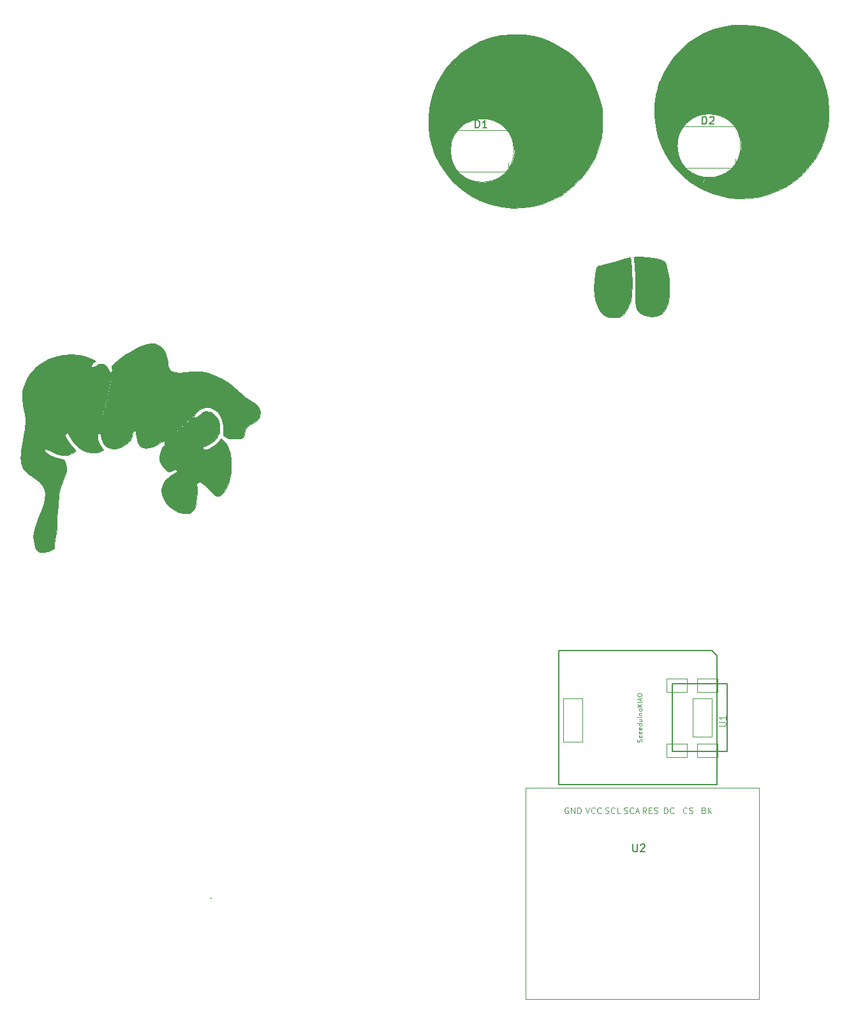
<source format=gbr>
G04 #@! TF.GenerationSoftware,KiCad,Pcbnew,(5.1.2)-1*
G04 #@! TF.CreationDate,2023-05-08T17:00:14+09:00*
G04 #@! TF.ProjectId,gopher_beer_xiao,676f7068-6572-45f6-9265-65725f786961,rev?*
G04 #@! TF.SameCoordinates,Original*
G04 #@! TF.FileFunction,Legend,Top*
G04 #@! TF.FilePolarity,Positive*
%FSLAX46Y46*%
G04 Gerber Fmt 4.6, Leading zero omitted, Abs format (unit mm)*
G04 Created by KiCad (PCBNEW (5.1.2)-1) date 2023-05-08 17:00:14*
%MOMM*%
%LPD*%
G04 APERTURE LIST*
%ADD10C,0.127000*%
%ADD11C,0.066040*%
%ADD12C,0.100000*%
%ADD13C,0.120000*%
%ADD14C,0.010000*%
%ADD15C,0.101600*%
%ADD16C,0.076200*%
%ADD17C,0.150000*%
G04 APERTURE END LIST*
D10*
X119039820Y-131064200D02*
X126393120Y-131064200D01*
X119039820Y-140063420D02*
X119039820Y-131064200D01*
X126393120Y-140063420D02*
X119039820Y-140063420D01*
X126393120Y-131069280D02*
X126393120Y-140063420D01*
X124297620Y-126670000D02*
X103970000Y-126670000D01*
X124968180Y-127340560D02*
X124297620Y-126670000D01*
X124968180Y-144467780D02*
X124968180Y-127340560D01*
X103970000Y-144467780D02*
X124968180Y-144467780D01*
X103970000Y-126670000D02*
X103970000Y-144467780D01*
D11*
X122385000Y-138989000D02*
X125052000Y-138989000D01*
X125052000Y-138989000D02*
X125052000Y-140767000D01*
X122385000Y-140767000D02*
X125052000Y-140767000D01*
X122385000Y-138989000D02*
X122385000Y-140767000D01*
X118318460Y-138989000D02*
X120988000Y-138989000D01*
X120988000Y-138989000D02*
X120988000Y-140767000D01*
X118318460Y-140767000D02*
X120988000Y-140767000D01*
X118318460Y-138989000D02*
X118318460Y-140767000D01*
X118318460Y-130353000D02*
X120988000Y-130353000D01*
X120988000Y-130353000D02*
X120988000Y-132131000D01*
X118318460Y-132131000D02*
X120988000Y-132131000D01*
X118318460Y-130353000D02*
X118318460Y-132131000D01*
X122385000Y-130353000D02*
X125052000Y-130353000D01*
X125052000Y-130353000D02*
X125052000Y-132131000D01*
X122385000Y-132131000D02*
X125052000Y-132131000D01*
X122385000Y-130353000D02*
X122385000Y-132131000D01*
X104605000Y-133020000D02*
X107145000Y-133020000D01*
X107145000Y-133020000D02*
X107145000Y-138735000D01*
X104605000Y-138735000D02*
X107145000Y-138735000D01*
X104605000Y-133020000D02*
X104605000Y-138735000D01*
X121750000Y-133020000D02*
X124290000Y-133020000D01*
X124290000Y-133020000D02*
X124290000Y-138100000D01*
X121750000Y-138100000D02*
X124290000Y-138100000D01*
X121750000Y-133020000D02*
X121750000Y-138100000D01*
D12*
G36*
X87620000Y-61030000D02*
G01*
X87140000Y-59710000D01*
X86820000Y-58320000D01*
X86720000Y-57220000D01*
X86710000Y-55960000D01*
X86780000Y-54900000D01*
X86870000Y-54250000D01*
X87230000Y-52880000D01*
X87750000Y-51550000D01*
X88140000Y-50830000D01*
X88410000Y-50340000D01*
X88850000Y-49720000D01*
X89200000Y-49230000D01*
X89600000Y-48790000D01*
X90130000Y-48210000D01*
X90240000Y-48740000D01*
X91020000Y-53080000D01*
X91660000Y-56640000D01*
X91300000Y-56890000D01*
X91200000Y-56990000D01*
X90850000Y-57290000D01*
X90520000Y-57660000D01*
X90060000Y-58350000D01*
X89930000Y-58620000D01*
X89730000Y-59190000D01*
X89660000Y-59550000D01*
X89580000Y-60030000D01*
X89590000Y-60680000D01*
X89710000Y-61430000D01*
X89880000Y-61920000D01*
X90190000Y-62550000D01*
X90490000Y-62990000D01*
X90920000Y-63430000D01*
X91470000Y-63870000D01*
X91770000Y-64070000D01*
X92240000Y-64290000D01*
X92770000Y-64470000D01*
X93550000Y-64600000D01*
X94080000Y-64600000D01*
X94530000Y-64540000D01*
X94930000Y-64450000D01*
X95330000Y-64330000D01*
X95820000Y-64120000D01*
X95850000Y-64090000D01*
X96190000Y-64810000D01*
X97840000Y-67980000D01*
X97330000Y-67940000D01*
X96440000Y-67850000D01*
X94970000Y-67510000D01*
X93530000Y-66990000D01*
X92220000Y-66290000D01*
X91050000Y-65490000D01*
X89880000Y-64440000D01*
X88990000Y-63340000D01*
X88230000Y-62210000D01*
X87760000Y-61320000D01*
X87620000Y-61030000D01*
G37*
X87620000Y-61030000D02*
X87140000Y-59710000D01*
X86820000Y-58320000D01*
X86720000Y-57220000D01*
X86710000Y-55960000D01*
X86780000Y-54900000D01*
X86870000Y-54250000D01*
X87230000Y-52880000D01*
X87750000Y-51550000D01*
X88140000Y-50830000D01*
X88410000Y-50340000D01*
X88850000Y-49720000D01*
X89200000Y-49230000D01*
X89600000Y-48790000D01*
X90130000Y-48210000D01*
X90240000Y-48740000D01*
X91020000Y-53080000D01*
X91660000Y-56640000D01*
X91300000Y-56890000D01*
X91200000Y-56990000D01*
X90850000Y-57290000D01*
X90520000Y-57660000D01*
X90060000Y-58350000D01*
X89930000Y-58620000D01*
X89730000Y-59190000D01*
X89660000Y-59550000D01*
X89580000Y-60030000D01*
X89590000Y-60680000D01*
X89710000Y-61430000D01*
X89880000Y-61920000D01*
X90190000Y-62550000D01*
X90490000Y-62990000D01*
X90920000Y-63430000D01*
X91470000Y-63870000D01*
X91770000Y-64070000D01*
X92240000Y-64290000D01*
X92770000Y-64470000D01*
X93550000Y-64600000D01*
X94080000Y-64600000D01*
X94530000Y-64540000D01*
X94930000Y-64450000D01*
X95330000Y-64330000D01*
X95820000Y-64120000D01*
X95850000Y-64090000D01*
X96190000Y-64810000D01*
X97840000Y-67980000D01*
X97330000Y-67940000D01*
X96440000Y-67850000D01*
X94970000Y-67510000D01*
X93530000Y-66990000D01*
X92220000Y-66290000D01*
X91050000Y-65490000D01*
X89880000Y-64440000D01*
X88990000Y-63340000D01*
X88230000Y-62210000D01*
X87760000Y-61320000D01*
X87620000Y-61030000D01*
G36*
X91680000Y-56620000D02*
G01*
X90170000Y-48140000D01*
X90570000Y-47830000D01*
X91140000Y-47320000D01*
X92300000Y-46540000D01*
X93520000Y-45910000D01*
X94880000Y-45390000D01*
X96270000Y-45050000D01*
X97930000Y-44920000D01*
X99450000Y-44980000D01*
X100510000Y-45130000D01*
X101600000Y-45410000D01*
X102910000Y-45900000D01*
X104130000Y-46530000D01*
X105320000Y-47310000D01*
X106330000Y-48190000D01*
X107300000Y-49260000D01*
X108120000Y-50440000D01*
X108770000Y-51640000D01*
X109290000Y-53050000D01*
X109640000Y-54430000D01*
X109730000Y-54990000D01*
X109800000Y-55690000D01*
X109800000Y-56650000D01*
X109750000Y-57680000D01*
X109650000Y-58590000D01*
X109330000Y-59820000D01*
X108750000Y-61460000D01*
X107490000Y-63415000D01*
X106410000Y-64580000D01*
X105510000Y-65390000D01*
X104310000Y-66270000D01*
X103110000Y-66910000D01*
X101890000Y-67400000D01*
X100520000Y-67770000D01*
X99190000Y-67940000D01*
X97810000Y-67970000D01*
X95900000Y-64110000D01*
X96540000Y-63610000D01*
X96820000Y-63400000D01*
X97180000Y-63000000D01*
X97480000Y-62570000D01*
X97870000Y-61840000D01*
X98040000Y-61160000D01*
X98120000Y-60560000D01*
X98100000Y-59920000D01*
X98030000Y-59420000D01*
X97810000Y-58720000D01*
X97480000Y-58080000D01*
X96990000Y-57450000D01*
X96260000Y-56810000D01*
X95900000Y-56600000D01*
X95420000Y-56380000D01*
X95070000Y-56250000D01*
X94620000Y-56150000D01*
X94250000Y-56090000D01*
X93840000Y-56070000D01*
X93330000Y-56110000D01*
X92880000Y-56180000D01*
X92320000Y-56350000D01*
X91940000Y-56520000D01*
X91670000Y-56670000D01*
X91680000Y-56620000D01*
G37*
X91680000Y-56620000D02*
X90170000Y-48140000D01*
X90570000Y-47830000D01*
X91140000Y-47320000D01*
X92300000Y-46540000D01*
X93520000Y-45910000D01*
X94880000Y-45390000D01*
X96270000Y-45050000D01*
X97930000Y-44920000D01*
X99450000Y-44980000D01*
X100510000Y-45130000D01*
X101600000Y-45410000D01*
X102910000Y-45900000D01*
X104130000Y-46530000D01*
X105320000Y-47310000D01*
X106330000Y-48190000D01*
X107300000Y-49260000D01*
X108120000Y-50440000D01*
X108770000Y-51640000D01*
X109290000Y-53050000D01*
X109640000Y-54430000D01*
X109730000Y-54990000D01*
X109800000Y-55690000D01*
X109800000Y-56650000D01*
X109750000Y-57680000D01*
X109650000Y-58590000D01*
X109330000Y-59820000D01*
X108750000Y-61460000D01*
X107490000Y-63415000D01*
X106410000Y-64580000D01*
X105510000Y-65390000D01*
X104310000Y-66270000D01*
X103110000Y-66910000D01*
X101890000Y-67400000D01*
X100520000Y-67770000D01*
X99190000Y-67940000D01*
X97810000Y-67970000D01*
X95900000Y-64110000D01*
X96540000Y-63610000D01*
X96820000Y-63400000D01*
X97180000Y-63000000D01*
X97480000Y-62570000D01*
X97870000Y-61840000D01*
X98040000Y-61160000D01*
X98120000Y-60560000D01*
X98100000Y-59920000D01*
X98030000Y-59420000D01*
X97810000Y-58720000D01*
X97480000Y-58080000D01*
X96990000Y-57450000D01*
X96260000Y-56810000D01*
X95900000Y-56600000D01*
X95420000Y-56380000D01*
X95070000Y-56250000D01*
X94620000Y-56150000D01*
X94250000Y-56090000D01*
X93840000Y-56070000D01*
X93330000Y-56110000D01*
X92880000Y-56180000D01*
X92320000Y-56350000D01*
X91940000Y-56520000D01*
X91670000Y-56670000D01*
X91680000Y-56620000D01*
G36*
X117390000Y-51170000D02*
G01*
X118400000Y-51810000D01*
X119980000Y-52790000D01*
X121090000Y-53500000D01*
X122270000Y-54250000D01*
X124090000Y-55390000D01*
X124220000Y-55460000D01*
X124030000Y-55450000D01*
X123680000Y-55450000D01*
X123300000Y-55490000D01*
X123050000Y-55540000D01*
X122760000Y-55610000D01*
X122580000Y-55670000D01*
X122370000Y-55750000D01*
X122090000Y-55870000D01*
X121710000Y-56080000D01*
X121510000Y-56210000D01*
X121310000Y-56360000D01*
X121110000Y-56520000D01*
X120870000Y-56750000D01*
X120590000Y-57070000D01*
X120170000Y-57700000D01*
X119950000Y-58160000D01*
X119830000Y-58540000D01*
X119700000Y-59270000D01*
X119670000Y-59760000D01*
X119710000Y-60320000D01*
X119800000Y-60780000D01*
X119960000Y-61240000D01*
X120130000Y-61640000D01*
X120410000Y-62130000D01*
X120820000Y-62630000D01*
X121110000Y-62910000D01*
X121570000Y-63270000D01*
X122070000Y-63550000D01*
X122410000Y-63690000D01*
X122610000Y-63770000D01*
X123240000Y-63920000D01*
X123510000Y-63960000D01*
X122780000Y-65360000D01*
X121970000Y-64880000D01*
X121550000Y-64620000D01*
X120610000Y-63850000D01*
X119540000Y-62790000D01*
X119030000Y-62120000D01*
X118620000Y-61630000D01*
X117960000Y-60500000D01*
X117650000Y-59800000D01*
X117150000Y-58410000D01*
X116850000Y-57080000D01*
X116710000Y-55710000D01*
X116730000Y-54270000D01*
X116890000Y-53000000D01*
X117050000Y-52410000D01*
X117230000Y-51630000D01*
X117390000Y-51170000D01*
G37*
X117390000Y-51170000D02*
X118400000Y-51810000D01*
X119980000Y-52790000D01*
X121090000Y-53500000D01*
X122270000Y-54250000D01*
X124090000Y-55390000D01*
X124220000Y-55460000D01*
X124030000Y-55450000D01*
X123680000Y-55450000D01*
X123300000Y-55490000D01*
X123050000Y-55540000D01*
X122760000Y-55610000D01*
X122580000Y-55670000D01*
X122370000Y-55750000D01*
X122090000Y-55870000D01*
X121710000Y-56080000D01*
X121510000Y-56210000D01*
X121310000Y-56360000D01*
X121110000Y-56520000D01*
X120870000Y-56750000D01*
X120590000Y-57070000D01*
X120170000Y-57700000D01*
X119950000Y-58160000D01*
X119830000Y-58540000D01*
X119700000Y-59270000D01*
X119670000Y-59760000D01*
X119710000Y-60320000D01*
X119800000Y-60780000D01*
X119960000Y-61240000D01*
X120130000Y-61640000D01*
X120410000Y-62130000D01*
X120820000Y-62630000D01*
X121110000Y-62910000D01*
X121570000Y-63270000D01*
X122070000Y-63550000D01*
X122410000Y-63690000D01*
X122610000Y-63770000D01*
X123240000Y-63920000D01*
X123510000Y-63960000D01*
X122780000Y-65360000D01*
X121970000Y-64880000D01*
X121550000Y-64620000D01*
X120610000Y-63850000D01*
X119540000Y-62790000D01*
X119030000Y-62120000D01*
X118620000Y-61630000D01*
X117960000Y-60500000D01*
X117650000Y-59800000D01*
X117150000Y-58410000D01*
X116850000Y-57080000D01*
X116710000Y-55710000D01*
X116730000Y-54270000D01*
X116890000Y-53000000D01*
X117050000Y-52410000D01*
X117230000Y-51630000D01*
X117390000Y-51170000D01*
G36*
X128400000Y-43650000D02*
G01*
X129910000Y-43770000D01*
X131350000Y-44060000D01*
X132840000Y-44580000D01*
X133610000Y-44950000D01*
X134620000Y-45520000D01*
X135730000Y-46360000D01*
X136740000Y-47390000D01*
X137610000Y-48430000D01*
X138350000Y-49560000D01*
X138960000Y-50750000D01*
X139470000Y-52220000D01*
X139770000Y-53550000D01*
X139830000Y-55150000D01*
X139810000Y-56290000D01*
X139710000Y-57030000D01*
X139580000Y-57710000D01*
X139320000Y-58690000D01*
X138810000Y-60000000D01*
X138100000Y-61280000D01*
X137300000Y-62400000D01*
X136410000Y-63420000D01*
X135350000Y-64320000D01*
X134220000Y-65100000D01*
X132920000Y-65740000D01*
X131670000Y-66210000D01*
X130400000Y-66530000D01*
X129370000Y-66670000D01*
X128020000Y-66710000D01*
X126630000Y-66610000D01*
X125310000Y-66330000D01*
X124430000Y-66050000D01*
X123970000Y-65900000D01*
X122810000Y-65370000D01*
X123560000Y-63960000D01*
X124130000Y-63960000D01*
X124690000Y-63910000D01*
X125220000Y-63790000D01*
X125850000Y-63540000D01*
X126310000Y-63270000D01*
X126610000Y-63040000D01*
X127070000Y-62630000D01*
X127500000Y-62060000D01*
X127910000Y-61310000D01*
X128230000Y-60100000D01*
X128230000Y-59310000D01*
X128030000Y-58430000D01*
X127730000Y-57710000D01*
X127320000Y-57090000D01*
X126750000Y-56480000D01*
X126240000Y-56110000D01*
X125860000Y-55900000D01*
X125200000Y-55620000D01*
X124720000Y-55510000D01*
X124280000Y-55450000D01*
X117430000Y-51140000D01*
X117850000Y-50140000D01*
X118370000Y-49280000D01*
X119200000Y-48080000D01*
X120050000Y-47080000D01*
X121060000Y-46180000D01*
X122180000Y-45390000D01*
X123030000Y-44910000D01*
X124410000Y-44310000D01*
X125730000Y-43930000D01*
X127110000Y-43720000D01*
X128400000Y-43650000D01*
G37*
X128400000Y-43650000D02*
X129910000Y-43770000D01*
X131350000Y-44060000D01*
X132840000Y-44580000D01*
X133610000Y-44950000D01*
X134620000Y-45520000D01*
X135730000Y-46360000D01*
X136740000Y-47390000D01*
X137610000Y-48430000D01*
X138350000Y-49560000D01*
X138960000Y-50750000D01*
X139470000Y-52220000D01*
X139770000Y-53550000D01*
X139830000Y-55150000D01*
X139810000Y-56290000D01*
X139710000Y-57030000D01*
X139580000Y-57710000D01*
X139320000Y-58690000D01*
X138810000Y-60000000D01*
X138100000Y-61280000D01*
X137300000Y-62400000D01*
X136410000Y-63420000D01*
X135350000Y-64320000D01*
X134220000Y-65100000D01*
X132920000Y-65740000D01*
X131670000Y-66210000D01*
X130400000Y-66530000D01*
X129370000Y-66670000D01*
X128020000Y-66710000D01*
X126630000Y-66610000D01*
X125310000Y-66330000D01*
X124430000Y-66050000D01*
X123970000Y-65900000D01*
X122810000Y-65370000D01*
X123560000Y-63960000D01*
X124130000Y-63960000D01*
X124690000Y-63910000D01*
X125220000Y-63790000D01*
X125850000Y-63540000D01*
X126310000Y-63270000D01*
X126610000Y-63040000D01*
X127070000Y-62630000D01*
X127500000Y-62060000D01*
X127910000Y-61310000D01*
X128230000Y-60100000D01*
X128230000Y-59310000D01*
X128030000Y-58430000D01*
X127730000Y-57710000D01*
X127320000Y-57090000D01*
X126750000Y-56480000D01*
X126240000Y-56110000D01*
X125860000Y-55900000D01*
X125200000Y-55620000D01*
X124720000Y-55510000D01*
X124280000Y-55450000D01*
X117430000Y-51140000D01*
X117850000Y-50140000D01*
X118370000Y-49280000D01*
X119200000Y-48080000D01*
X120050000Y-47080000D01*
X121060000Y-46180000D01*
X122180000Y-45390000D01*
X123030000Y-44910000D01*
X124410000Y-44310000D01*
X125730000Y-43930000D01*
X127110000Y-43720000D01*
X128400000Y-43650000D01*
D13*
X128140000Y-59710000D02*
G75*
G03X128140000Y-59710000I-4200000J0D01*
G01*
X98040000Y-60340000D02*
G75*
G03X98040000Y-60340000I-4200000J0D01*
G01*
D12*
G36*
X34520000Y-89190000D02*
G01*
X35300000Y-88540000D01*
X36210000Y-88060000D01*
X37140000Y-87700000D01*
X38190000Y-87460000D01*
X39360000Y-87400000D01*
X40350000Y-87480000D01*
X41130000Y-87660000D01*
X41950000Y-87980000D01*
X42440000Y-88240000D01*
X42510000Y-88320000D01*
X42430000Y-88350000D01*
X42290000Y-88430000D01*
X42110000Y-88590000D01*
X42000000Y-88700000D01*
X41930000Y-88830000D01*
X41980000Y-88960000D01*
X42060000Y-89040000D01*
X42180000Y-89080000D01*
X42350000Y-89020000D01*
X42580000Y-88870000D01*
X42970000Y-88680000D01*
X43360000Y-88640000D01*
X43730000Y-88750000D01*
X44010000Y-88990000D01*
X44130000Y-89240000D01*
X44300000Y-89610000D01*
X44490000Y-89710000D01*
X44600000Y-89720000D01*
X44650000Y-89700000D01*
X44610000Y-90310000D01*
X44140000Y-92870000D01*
X43500000Y-95390000D01*
X42850000Y-97770000D01*
X42770000Y-97940000D01*
X42750000Y-98070000D01*
X42750000Y-98300000D01*
X42800000Y-98640000D01*
X42990000Y-99190000D01*
X43310000Y-99690000D01*
X43420000Y-99820000D01*
X43540000Y-99990000D01*
X43580000Y-100060000D01*
X43520000Y-100090000D01*
X43310000Y-100190000D01*
X43240000Y-100220000D01*
X42720000Y-100380000D01*
X42080000Y-100420000D01*
X41410000Y-100320000D01*
X40780000Y-100080000D01*
X40490000Y-99900000D01*
X40110000Y-99560000D01*
X39750000Y-99200000D01*
X39410000Y-98790000D01*
X39170000Y-98400000D01*
X38950000Y-98030000D01*
X38810000Y-97870000D01*
X38690000Y-97830000D01*
X38550000Y-97920000D01*
X38490000Y-98010000D01*
X38490000Y-98150000D01*
X38570000Y-98350000D01*
X38620000Y-98440000D01*
X38670000Y-98540000D01*
X38740000Y-98680000D01*
X38860000Y-98880000D01*
X38980000Y-99070000D01*
X39120000Y-99260000D01*
X39280000Y-99470000D01*
X39430000Y-99640000D01*
X39530000Y-99750000D01*
X39630000Y-99860000D01*
X39740000Y-99980000D01*
X39830000Y-100080000D01*
X39900000Y-100170000D01*
X39810000Y-100270000D01*
X39580000Y-100410000D01*
X39350000Y-100530000D01*
X39080000Y-100650000D01*
X38820000Y-100730000D01*
X38530000Y-100770000D01*
X37990000Y-100740000D01*
X37400000Y-100580000D01*
X36700000Y-100270000D01*
X36260000Y-100060000D01*
X36030000Y-99970000D01*
X35870000Y-99940000D01*
X35780000Y-99990000D01*
X35760000Y-100120000D01*
X35840000Y-100310000D01*
X36070000Y-100510000D01*
X36410000Y-100720000D01*
X36840000Y-100920000D01*
X37310000Y-101090000D01*
X38060000Y-101270000D01*
X38260000Y-101360000D01*
X38370000Y-101490000D01*
X38480000Y-101720000D01*
X38560000Y-101940000D01*
X38630000Y-102380000D01*
X38600000Y-102870000D01*
X38460000Y-103440000D01*
X38220000Y-104090000D01*
X37970000Y-104740000D01*
X37870000Y-105030000D01*
X37710000Y-105580000D01*
X37640000Y-106010000D01*
X37590000Y-106380000D01*
X37550000Y-106850000D01*
X37510000Y-107440000D01*
X37410000Y-109040000D01*
X37410000Y-109260000D01*
X37330000Y-110490000D01*
X37280000Y-111100000D01*
X37070000Y-112490000D01*
X36990000Y-113120000D01*
X36530000Y-113340000D01*
X36150000Y-113510000D01*
X35610000Y-113640000D01*
X35180000Y-113620000D01*
X34850000Y-113460000D01*
X34680000Y-113260000D01*
X34530000Y-112950000D01*
X34390000Y-112520000D01*
X34290000Y-112050000D01*
X34260000Y-111610000D01*
X34290000Y-111180000D01*
X34400000Y-110620000D01*
X34620000Y-109900000D01*
X34840000Y-109310000D01*
X35190000Y-108420000D01*
X35470000Y-107680000D01*
X35640000Y-107150000D01*
X35800000Y-106540000D01*
X35850000Y-106110000D01*
X35830000Y-105740000D01*
X35760000Y-105400000D01*
X35660000Y-105120000D01*
X35430000Y-104720000D01*
X35100000Y-104350000D01*
X34670000Y-103980000D01*
X34110000Y-103580000D01*
X33660000Y-103280000D01*
X33360000Y-103060000D01*
X33120000Y-102830000D01*
X32910000Y-102560000D01*
X32790000Y-102290000D01*
X32640000Y-101780000D01*
X32590000Y-101410000D01*
X32570000Y-101060000D01*
X32590000Y-100720000D01*
X32650000Y-100130000D01*
X32800000Y-99270000D01*
X33010000Y-98250000D01*
X33170000Y-97320000D01*
X33250000Y-96330000D01*
X33230000Y-95810000D01*
X33160000Y-95310000D01*
X32910000Y-94150000D01*
X32800000Y-93200000D01*
X32840000Y-92330000D01*
X33020000Y-91500000D01*
X33350000Y-90690000D01*
X33880000Y-89870000D01*
X34400000Y-89310000D01*
X34520000Y-89190000D01*
G37*
X34520000Y-89190000D02*
X35300000Y-88540000D01*
X36210000Y-88060000D01*
X37140000Y-87700000D01*
X38190000Y-87460000D01*
X39360000Y-87400000D01*
X40350000Y-87480000D01*
X41130000Y-87660000D01*
X41950000Y-87980000D01*
X42440000Y-88240000D01*
X42510000Y-88320000D01*
X42430000Y-88350000D01*
X42290000Y-88430000D01*
X42110000Y-88590000D01*
X42000000Y-88700000D01*
X41930000Y-88830000D01*
X41980000Y-88960000D01*
X42060000Y-89040000D01*
X42180000Y-89080000D01*
X42350000Y-89020000D01*
X42580000Y-88870000D01*
X42970000Y-88680000D01*
X43360000Y-88640000D01*
X43730000Y-88750000D01*
X44010000Y-88990000D01*
X44130000Y-89240000D01*
X44300000Y-89610000D01*
X44490000Y-89710000D01*
X44600000Y-89720000D01*
X44650000Y-89700000D01*
X44610000Y-90310000D01*
X44140000Y-92870000D01*
X43500000Y-95390000D01*
X42850000Y-97770000D01*
X42770000Y-97940000D01*
X42750000Y-98070000D01*
X42750000Y-98300000D01*
X42800000Y-98640000D01*
X42990000Y-99190000D01*
X43310000Y-99690000D01*
X43420000Y-99820000D01*
X43540000Y-99990000D01*
X43580000Y-100060000D01*
X43520000Y-100090000D01*
X43310000Y-100190000D01*
X43240000Y-100220000D01*
X42720000Y-100380000D01*
X42080000Y-100420000D01*
X41410000Y-100320000D01*
X40780000Y-100080000D01*
X40490000Y-99900000D01*
X40110000Y-99560000D01*
X39750000Y-99200000D01*
X39410000Y-98790000D01*
X39170000Y-98400000D01*
X38950000Y-98030000D01*
X38810000Y-97870000D01*
X38690000Y-97830000D01*
X38550000Y-97920000D01*
X38490000Y-98010000D01*
X38490000Y-98150000D01*
X38570000Y-98350000D01*
X38620000Y-98440000D01*
X38670000Y-98540000D01*
X38740000Y-98680000D01*
X38860000Y-98880000D01*
X38980000Y-99070000D01*
X39120000Y-99260000D01*
X39280000Y-99470000D01*
X39430000Y-99640000D01*
X39530000Y-99750000D01*
X39630000Y-99860000D01*
X39740000Y-99980000D01*
X39830000Y-100080000D01*
X39900000Y-100170000D01*
X39810000Y-100270000D01*
X39580000Y-100410000D01*
X39350000Y-100530000D01*
X39080000Y-100650000D01*
X38820000Y-100730000D01*
X38530000Y-100770000D01*
X37990000Y-100740000D01*
X37400000Y-100580000D01*
X36700000Y-100270000D01*
X36260000Y-100060000D01*
X36030000Y-99970000D01*
X35870000Y-99940000D01*
X35780000Y-99990000D01*
X35760000Y-100120000D01*
X35840000Y-100310000D01*
X36070000Y-100510000D01*
X36410000Y-100720000D01*
X36840000Y-100920000D01*
X37310000Y-101090000D01*
X38060000Y-101270000D01*
X38260000Y-101360000D01*
X38370000Y-101490000D01*
X38480000Y-101720000D01*
X38560000Y-101940000D01*
X38630000Y-102380000D01*
X38600000Y-102870000D01*
X38460000Y-103440000D01*
X38220000Y-104090000D01*
X37970000Y-104740000D01*
X37870000Y-105030000D01*
X37710000Y-105580000D01*
X37640000Y-106010000D01*
X37590000Y-106380000D01*
X37550000Y-106850000D01*
X37510000Y-107440000D01*
X37410000Y-109040000D01*
X37410000Y-109260000D01*
X37330000Y-110490000D01*
X37280000Y-111100000D01*
X37070000Y-112490000D01*
X36990000Y-113120000D01*
X36530000Y-113340000D01*
X36150000Y-113510000D01*
X35610000Y-113640000D01*
X35180000Y-113620000D01*
X34850000Y-113460000D01*
X34680000Y-113260000D01*
X34530000Y-112950000D01*
X34390000Y-112520000D01*
X34290000Y-112050000D01*
X34260000Y-111610000D01*
X34290000Y-111180000D01*
X34400000Y-110620000D01*
X34620000Y-109900000D01*
X34840000Y-109310000D01*
X35190000Y-108420000D01*
X35470000Y-107680000D01*
X35640000Y-107150000D01*
X35800000Y-106540000D01*
X35850000Y-106110000D01*
X35830000Y-105740000D01*
X35760000Y-105400000D01*
X35660000Y-105120000D01*
X35430000Y-104720000D01*
X35100000Y-104350000D01*
X34670000Y-103980000D01*
X34110000Y-103580000D01*
X33660000Y-103280000D01*
X33360000Y-103060000D01*
X33120000Y-102830000D01*
X32910000Y-102560000D01*
X32790000Y-102290000D01*
X32640000Y-101780000D01*
X32590000Y-101410000D01*
X32570000Y-101060000D01*
X32590000Y-100720000D01*
X32650000Y-100130000D01*
X32800000Y-99270000D01*
X33010000Y-98250000D01*
X33170000Y-97320000D01*
X33250000Y-96330000D01*
X33230000Y-95810000D01*
X33160000Y-95310000D01*
X32910000Y-94150000D01*
X32800000Y-93200000D01*
X32840000Y-92330000D01*
X33020000Y-91500000D01*
X33350000Y-90690000D01*
X33880000Y-89870000D01*
X34400000Y-89310000D01*
X34520000Y-89190000D01*
G36*
X55580000Y-95670000D02*
G01*
X55620000Y-95770000D01*
X55790000Y-95790000D01*
X56030000Y-95670000D01*
X56370000Y-95400000D01*
X56530000Y-95230000D01*
X56870000Y-95030000D01*
X57180000Y-94940000D01*
X57540000Y-94960000D01*
X57740000Y-95010000D01*
X58130000Y-95240000D01*
X58490000Y-95610000D01*
X58750000Y-96050000D01*
X58930000Y-96600000D01*
X58950000Y-96830000D01*
X58990000Y-97170000D01*
X58970000Y-97540000D01*
X58940000Y-97750000D01*
X58780000Y-98030000D01*
X58670000Y-98340000D01*
X58470000Y-98670000D01*
X58280000Y-98820000D01*
X58100000Y-98980000D01*
X57650000Y-99260000D01*
X57040000Y-99540000D01*
X56930000Y-99600000D01*
X56780000Y-99740000D01*
X56750000Y-99890000D01*
X56900000Y-100020000D01*
X56950000Y-100020000D01*
X57220000Y-100000000D01*
X57600000Y-99870000D01*
X57960000Y-99670000D01*
X58330000Y-99430000D01*
X58680000Y-99140000D01*
X58880000Y-98910000D01*
X58930000Y-98860000D01*
X59000000Y-98760000D01*
X59070000Y-98660000D01*
X59170000Y-98520000D01*
X59200000Y-98540000D01*
X59330000Y-98670000D01*
X59500000Y-98850000D01*
X59780000Y-99180000D01*
X60060000Y-99670000D01*
X60140000Y-99820000D01*
X60320000Y-100330000D01*
X60390000Y-100540000D01*
X60440000Y-100790000D01*
X60500000Y-101280000D01*
X60520000Y-101800000D01*
X60520000Y-102370000D01*
X60490000Y-102860000D01*
X60480000Y-103030000D01*
X60460000Y-103180000D01*
X60440000Y-103310000D01*
X60400000Y-103550000D01*
X60330000Y-103830000D01*
X60110000Y-104460000D01*
X59860000Y-105050000D01*
X59630000Y-105490000D01*
X59380000Y-105850000D01*
X59180000Y-106040000D01*
X58930000Y-106190000D01*
X58680000Y-106190000D01*
X58370000Y-106060000D01*
X58020000Y-105780000D01*
X57280000Y-105030000D01*
X57160000Y-104920000D01*
X56980000Y-104700000D01*
X56580000Y-104390000D01*
X56410000Y-104330000D01*
X56270000Y-104310000D01*
X56070000Y-104390000D01*
X55990000Y-104440000D01*
X55940000Y-104530000D01*
X55950000Y-104760000D01*
X55970000Y-105020000D01*
X55980000Y-105160000D01*
X55990000Y-105310000D01*
X55990000Y-105540000D01*
X55990000Y-105650000D01*
X55990000Y-105970000D01*
X55950000Y-106230000D01*
X55860000Y-107170000D01*
X55740000Y-107610000D01*
X55570000Y-107940000D01*
X55310000Y-108240000D01*
X55150000Y-108370000D01*
X54980000Y-108450000D01*
X54750000Y-108490000D01*
X54440000Y-108490000D01*
X54070000Y-108460000D01*
X53460000Y-108310000D01*
X52860000Y-107950000D01*
X52300000Y-107510000D01*
X51970000Y-107150000D01*
X51580000Y-106590000D01*
X51360000Y-106030000D01*
X51280000Y-105450000D01*
X51310000Y-105030000D01*
X51480000Y-104550000D01*
X51780000Y-104090000D01*
X52080000Y-103810000D01*
X52230000Y-103670000D01*
X52630000Y-103410000D01*
X53060000Y-103150000D01*
X53210000Y-103050000D01*
X53320000Y-102930000D01*
X53310000Y-102820000D01*
X53190000Y-102700000D01*
X53070000Y-102640000D01*
X52890000Y-102670000D01*
X52500000Y-102870000D01*
X52270000Y-103000000D01*
X52040000Y-102840000D01*
X51530000Y-102400000D01*
X51150000Y-101890000D01*
X51000000Y-101420000D01*
X50980000Y-100900000D01*
X51130000Y-100260000D01*
X51370000Y-99840000D01*
X51525000Y-99610000D01*
X51675000Y-99370000D01*
X51720000Y-99140000D01*
X51720000Y-98980000D01*
X55580000Y-95670000D01*
G37*
X55580000Y-95670000D02*
X55620000Y-95770000D01*
X55790000Y-95790000D01*
X56030000Y-95670000D01*
X56370000Y-95400000D01*
X56530000Y-95230000D01*
X56870000Y-95030000D01*
X57180000Y-94940000D01*
X57540000Y-94960000D01*
X57740000Y-95010000D01*
X58130000Y-95240000D01*
X58490000Y-95610000D01*
X58750000Y-96050000D01*
X58930000Y-96600000D01*
X58950000Y-96830000D01*
X58990000Y-97170000D01*
X58970000Y-97540000D01*
X58940000Y-97750000D01*
X58780000Y-98030000D01*
X58670000Y-98340000D01*
X58470000Y-98670000D01*
X58280000Y-98820000D01*
X58100000Y-98980000D01*
X57650000Y-99260000D01*
X57040000Y-99540000D01*
X56930000Y-99600000D01*
X56780000Y-99740000D01*
X56750000Y-99890000D01*
X56900000Y-100020000D01*
X56950000Y-100020000D01*
X57220000Y-100000000D01*
X57600000Y-99870000D01*
X57960000Y-99670000D01*
X58330000Y-99430000D01*
X58680000Y-99140000D01*
X58880000Y-98910000D01*
X58930000Y-98860000D01*
X59000000Y-98760000D01*
X59070000Y-98660000D01*
X59170000Y-98520000D01*
X59200000Y-98540000D01*
X59330000Y-98670000D01*
X59500000Y-98850000D01*
X59780000Y-99180000D01*
X60060000Y-99670000D01*
X60140000Y-99820000D01*
X60320000Y-100330000D01*
X60390000Y-100540000D01*
X60440000Y-100790000D01*
X60500000Y-101280000D01*
X60520000Y-101800000D01*
X60520000Y-102370000D01*
X60490000Y-102860000D01*
X60480000Y-103030000D01*
X60460000Y-103180000D01*
X60440000Y-103310000D01*
X60400000Y-103550000D01*
X60330000Y-103830000D01*
X60110000Y-104460000D01*
X59860000Y-105050000D01*
X59630000Y-105490000D01*
X59380000Y-105850000D01*
X59180000Y-106040000D01*
X58930000Y-106190000D01*
X58680000Y-106190000D01*
X58370000Y-106060000D01*
X58020000Y-105780000D01*
X57280000Y-105030000D01*
X57160000Y-104920000D01*
X56980000Y-104700000D01*
X56580000Y-104390000D01*
X56410000Y-104330000D01*
X56270000Y-104310000D01*
X56070000Y-104390000D01*
X55990000Y-104440000D01*
X55940000Y-104530000D01*
X55950000Y-104760000D01*
X55970000Y-105020000D01*
X55980000Y-105160000D01*
X55990000Y-105310000D01*
X55990000Y-105540000D01*
X55990000Y-105650000D01*
X55990000Y-105970000D01*
X55950000Y-106230000D01*
X55860000Y-107170000D01*
X55740000Y-107610000D01*
X55570000Y-107940000D01*
X55310000Y-108240000D01*
X55150000Y-108370000D01*
X54980000Y-108450000D01*
X54750000Y-108490000D01*
X54440000Y-108490000D01*
X54070000Y-108460000D01*
X53460000Y-108310000D01*
X52860000Y-107950000D01*
X52300000Y-107510000D01*
X51970000Y-107150000D01*
X51580000Y-106590000D01*
X51360000Y-106030000D01*
X51280000Y-105450000D01*
X51310000Y-105030000D01*
X51480000Y-104550000D01*
X51780000Y-104090000D01*
X52080000Y-103810000D01*
X52230000Y-103670000D01*
X52630000Y-103410000D01*
X53060000Y-103150000D01*
X53210000Y-103050000D01*
X53320000Y-102930000D01*
X53310000Y-102820000D01*
X53190000Y-102700000D01*
X53070000Y-102640000D01*
X52890000Y-102670000D01*
X52500000Y-102870000D01*
X52270000Y-103000000D01*
X52040000Y-102840000D01*
X51530000Y-102400000D01*
X51150000Y-101890000D01*
X51000000Y-101420000D01*
X50980000Y-100900000D01*
X51130000Y-100260000D01*
X51370000Y-99840000D01*
X51525000Y-99610000D01*
X51675000Y-99370000D01*
X51720000Y-99140000D01*
X51720000Y-98980000D01*
X55580000Y-95670000D01*
G36*
X44650000Y-88870000D02*
G01*
X45010000Y-88550000D01*
X45320000Y-88300000D01*
X45480000Y-88170000D01*
X45710000Y-87990000D01*
X45860000Y-87880000D01*
X46520000Y-87390000D01*
X47000000Y-87110000D01*
X47180000Y-87000000D01*
X47430000Y-86840000D01*
X47830000Y-86630000D01*
X48010000Y-86540000D01*
X48190000Y-86450000D01*
X48310000Y-86390000D01*
X48660000Y-86270000D01*
X49080000Y-86120000D01*
X49790000Y-85980000D01*
X50000000Y-85960000D01*
X50270000Y-85970000D01*
X50540000Y-86030000D01*
X50850000Y-86170000D01*
X51210000Y-86390000D01*
X51530000Y-86700000D01*
X51760000Y-87110000D01*
X51960000Y-87700000D01*
X52090000Y-88420000D01*
X52140000Y-88780000D01*
X52260000Y-89200000D01*
X52420000Y-89490000D01*
X52670000Y-89670000D01*
X53020000Y-89770000D01*
X53520000Y-89800000D01*
X54530000Y-89740000D01*
X55210000Y-89700000D01*
X55940000Y-89680000D01*
X56470000Y-89700000D01*
X56990000Y-89750000D01*
X57450000Y-89850000D01*
X58310000Y-90140000D01*
X59060000Y-90500000D01*
X59400000Y-90680000D01*
X60230000Y-91230000D01*
X60830000Y-91730000D01*
X61610000Y-92410000D01*
X61890000Y-92640000D01*
X62370000Y-93030000D01*
X62740000Y-93290000D01*
X63350000Y-93690000D01*
X63660000Y-93890000D01*
X64020000Y-94220000D01*
X64270000Y-94640000D01*
X64340000Y-95150000D01*
X64290000Y-95580000D01*
X64110000Y-95940000D01*
X63790000Y-96260000D01*
X63280000Y-96570000D01*
X63010000Y-96720000D01*
X62680000Y-96950000D01*
X62480000Y-97160000D01*
X62380000Y-97420000D01*
X62300000Y-98010000D01*
X62210000Y-98280000D01*
X62040000Y-98430000D01*
X61790000Y-98520000D01*
X61410000Y-98560000D01*
X60900000Y-98560000D01*
X60350000Y-98540000D01*
X59940000Y-98480000D01*
X59720000Y-98340000D01*
X59500000Y-98110000D01*
X59460000Y-97960000D01*
X59450000Y-97800000D01*
X59450000Y-97590000D01*
X59460000Y-97320000D01*
X59460000Y-96870000D01*
X59330000Y-96130000D01*
X59070000Y-95530000D01*
X58680000Y-95020000D01*
X58170000Y-94630000D01*
X58050000Y-94570000D01*
X57580000Y-94390000D01*
X57090000Y-94390000D01*
X56620000Y-94540000D01*
X56320000Y-94720000D01*
X56060000Y-94940000D01*
X55810000Y-95190000D01*
X55640000Y-95420000D01*
X55570000Y-95630000D01*
X52060000Y-98750000D01*
X51690000Y-98940000D01*
X51580000Y-98910000D01*
X51280000Y-99010000D01*
X50710000Y-99320000D01*
X50550000Y-99410000D01*
X50060000Y-99630000D01*
X49580000Y-99780000D01*
X49210000Y-99830000D01*
X48840000Y-99750000D01*
X48490000Y-99530000D01*
X48230000Y-99220000D01*
X48160000Y-99070000D01*
X48060000Y-98750000D01*
X47960000Y-98340000D01*
X47920000Y-98130000D01*
X47890000Y-97930000D01*
X47850000Y-97580000D01*
X47800000Y-97530000D01*
X47630000Y-97520000D01*
X47480000Y-97590000D01*
X47410000Y-97750000D01*
X47360000Y-98140000D01*
X47300000Y-98440000D01*
X47170000Y-98700000D01*
X46920000Y-99000000D01*
X46540000Y-99330000D01*
X46010000Y-99670000D01*
X45480000Y-99860000D01*
X44950000Y-99920000D01*
X44450000Y-99860000D01*
X44000000Y-99660000D01*
X43640000Y-99310000D01*
X43470000Y-99010000D01*
X43330000Y-98580000D01*
X43210000Y-98070000D01*
X43120000Y-97910000D01*
X42950000Y-97880000D01*
X42840000Y-97910000D01*
X44110000Y-93330000D01*
X44650000Y-90300000D01*
X44690000Y-89700000D01*
X44715000Y-89510000D01*
X44660000Y-88960000D01*
X44650000Y-88870000D01*
G37*
X44650000Y-88870000D02*
X45010000Y-88550000D01*
X45320000Y-88300000D01*
X45480000Y-88170000D01*
X45710000Y-87990000D01*
X45860000Y-87880000D01*
X46520000Y-87390000D01*
X47000000Y-87110000D01*
X47180000Y-87000000D01*
X47430000Y-86840000D01*
X47830000Y-86630000D01*
X48010000Y-86540000D01*
X48190000Y-86450000D01*
X48310000Y-86390000D01*
X48660000Y-86270000D01*
X49080000Y-86120000D01*
X49790000Y-85980000D01*
X50000000Y-85960000D01*
X50270000Y-85970000D01*
X50540000Y-86030000D01*
X50850000Y-86170000D01*
X51210000Y-86390000D01*
X51530000Y-86700000D01*
X51760000Y-87110000D01*
X51960000Y-87700000D01*
X52090000Y-88420000D01*
X52140000Y-88780000D01*
X52260000Y-89200000D01*
X52420000Y-89490000D01*
X52670000Y-89670000D01*
X53020000Y-89770000D01*
X53520000Y-89800000D01*
X54530000Y-89740000D01*
X55210000Y-89700000D01*
X55940000Y-89680000D01*
X56470000Y-89700000D01*
X56990000Y-89750000D01*
X57450000Y-89850000D01*
X58310000Y-90140000D01*
X59060000Y-90500000D01*
X59400000Y-90680000D01*
X60230000Y-91230000D01*
X60830000Y-91730000D01*
X61610000Y-92410000D01*
X61890000Y-92640000D01*
X62370000Y-93030000D01*
X62740000Y-93290000D01*
X63350000Y-93690000D01*
X63660000Y-93890000D01*
X64020000Y-94220000D01*
X64270000Y-94640000D01*
X64340000Y-95150000D01*
X64290000Y-95580000D01*
X64110000Y-95940000D01*
X63790000Y-96260000D01*
X63280000Y-96570000D01*
X63010000Y-96720000D01*
X62680000Y-96950000D01*
X62480000Y-97160000D01*
X62380000Y-97420000D01*
X62300000Y-98010000D01*
X62210000Y-98280000D01*
X62040000Y-98430000D01*
X61790000Y-98520000D01*
X61410000Y-98560000D01*
X60900000Y-98560000D01*
X60350000Y-98540000D01*
X59940000Y-98480000D01*
X59720000Y-98340000D01*
X59500000Y-98110000D01*
X59460000Y-97960000D01*
X59450000Y-97800000D01*
X59450000Y-97590000D01*
X59460000Y-97320000D01*
X59460000Y-96870000D01*
X59330000Y-96130000D01*
X59070000Y-95530000D01*
X58680000Y-95020000D01*
X58170000Y-94630000D01*
X58050000Y-94570000D01*
X57580000Y-94390000D01*
X57090000Y-94390000D01*
X56620000Y-94540000D01*
X56320000Y-94720000D01*
X56060000Y-94940000D01*
X55810000Y-95190000D01*
X55640000Y-95420000D01*
X55570000Y-95630000D01*
X52060000Y-98750000D01*
X51690000Y-98940000D01*
X51580000Y-98910000D01*
X51280000Y-99010000D01*
X50710000Y-99320000D01*
X50550000Y-99410000D01*
X50060000Y-99630000D01*
X49580000Y-99780000D01*
X49210000Y-99830000D01*
X48840000Y-99750000D01*
X48490000Y-99530000D01*
X48230000Y-99220000D01*
X48160000Y-99070000D01*
X48060000Y-98750000D01*
X47960000Y-98340000D01*
X47920000Y-98130000D01*
X47890000Y-97930000D01*
X47850000Y-97580000D01*
X47800000Y-97530000D01*
X47630000Y-97520000D01*
X47480000Y-97590000D01*
X47410000Y-97750000D01*
X47360000Y-98140000D01*
X47300000Y-98440000D01*
X47170000Y-98700000D01*
X46920000Y-99000000D01*
X46540000Y-99330000D01*
X46010000Y-99670000D01*
X45480000Y-99860000D01*
X44950000Y-99920000D01*
X44450000Y-99860000D01*
X44000000Y-99660000D01*
X43640000Y-99310000D01*
X43470000Y-99010000D01*
X43330000Y-98580000D01*
X43210000Y-98070000D01*
X43120000Y-97910000D01*
X42950000Y-97880000D01*
X42840000Y-97910000D01*
X44110000Y-93330000D01*
X44650000Y-90300000D01*
X44690000Y-89700000D01*
X44715000Y-89510000D01*
X44660000Y-88960000D01*
X44650000Y-88870000D01*
G36*
X113950000Y-74490000D02*
G01*
X114180000Y-74460000D01*
X114960000Y-74440000D01*
X115760000Y-74500000D01*
X116510000Y-74620000D01*
X117340000Y-74800000D01*
X117720000Y-74910000D01*
X117920000Y-75000000D01*
X118040000Y-75090000D01*
X118120000Y-75230000D01*
X118190000Y-75440000D01*
X118270000Y-75730000D01*
X118410000Y-76270000D01*
X118490000Y-76600000D01*
X118550000Y-76930000D01*
X118610000Y-77420000D01*
X118650000Y-78240000D01*
X118650000Y-79370000D01*
X118640000Y-79800000D01*
X118600000Y-80150000D01*
X118460000Y-80700000D01*
X118210000Y-81290000D01*
X117880000Y-81770000D01*
X117460000Y-82130000D01*
X116990000Y-82340000D01*
X116340000Y-82410000D01*
X115760000Y-82330000D01*
X115220000Y-82140000D01*
X114770000Y-81860000D01*
X114430000Y-81510000D01*
X114240000Y-81010000D01*
X114170000Y-80430000D01*
X114170000Y-79670000D01*
X114180000Y-79050000D01*
X114180000Y-78430000D01*
X114180000Y-77470000D01*
X114150000Y-76690000D01*
X114110000Y-75950000D01*
X114080000Y-75560000D01*
X114050000Y-75360000D01*
X114020000Y-75060000D01*
X113990000Y-74750000D01*
X113960000Y-74550000D01*
X113950000Y-74490000D01*
G37*
X113950000Y-74490000D02*
X114180000Y-74460000D01*
X114960000Y-74440000D01*
X115760000Y-74500000D01*
X116510000Y-74620000D01*
X117340000Y-74800000D01*
X117720000Y-74910000D01*
X117920000Y-75000000D01*
X118040000Y-75090000D01*
X118120000Y-75230000D01*
X118190000Y-75440000D01*
X118270000Y-75730000D01*
X118410000Y-76270000D01*
X118490000Y-76600000D01*
X118550000Y-76930000D01*
X118610000Y-77420000D01*
X118650000Y-78240000D01*
X118650000Y-79370000D01*
X118640000Y-79800000D01*
X118600000Y-80150000D01*
X118460000Y-80700000D01*
X118210000Y-81290000D01*
X117880000Y-81770000D01*
X117460000Y-82130000D01*
X116990000Y-82340000D01*
X116340000Y-82410000D01*
X115760000Y-82330000D01*
X115220000Y-82140000D01*
X114770000Y-81860000D01*
X114430000Y-81510000D01*
X114240000Y-81010000D01*
X114170000Y-80430000D01*
X114170000Y-79670000D01*
X114180000Y-79050000D01*
X114180000Y-78430000D01*
X114180000Y-77470000D01*
X114150000Y-76690000D01*
X114110000Y-75950000D01*
X114080000Y-75560000D01*
X114050000Y-75360000D01*
X114020000Y-75060000D01*
X113990000Y-74750000D01*
X113960000Y-74550000D01*
X113950000Y-74490000D01*
G36*
X113520000Y-74550000D02*
G01*
X113560000Y-74950000D01*
X113630000Y-75920000D01*
X113680000Y-76780000D01*
X113700000Y-77420000D01*
X113710000Y-77670000D01*
X113710000Y-77960000D01*
X113710000Y-78200000D01*
X113710000Y-78370000D01*
X113710000Y-78480000D01*
X113700000Y-78570000D01*
X113690000Y-79000000D01*
X113630000Y-79640000D01*
X113540000Y-80240000D01*
X113420000Y-80670000D01*
X113160000Y-81270000D01*
X112850000Y-81780000D01*
X112530000Y-82140000D01*
X112160000Y-82390000D01*
X111980000Y-82440000D01*
X111630000Y-82490000D01*
X111230000Y-82500000D01*
X110780000Y-82470000D01*
X110400000Y-82380000D01*
X109920000Y-82100000D01*
X109560000Y-81750000D01*
X109270000Y-81320000D01*
X109130000Y-81010000D01*
X109000000Y-80620000D01*
X108870000Y-80170000D01*
X108750000Y-79420000D01*
X108700000Y-78560000D01*
X108730000Y-77680000D01*
X108840000Y-76810000D01*
X109020000Y-75940000D01*
X109100000Y-75740000D01*
X109230000Y-75640000D01*
X109480000Y-75590000D01*
X109760000Y-75530000D01*
X110810000Y-75260000D01*
X111470000Y-75080000D01*
X112830000Y-74720000D01*
X113520000Y-74550000D01*
G37*
X113520000Y-74550000D02*
X113560000Y-74950000D01*
X113630000Y-75920000D01*
X113680000Y-76780000D01*
X113700000Y-77420000D01*
X113710000Y-77670000D01*
X113710000Y-77960000D01*
X113710000Y-78200000D01*
X113710000Y-78370000D01*
X113710000Y-78480000D01*
X113700000Y-78570000D01*
X113690000Y-79000000D01*
X113630000Y-79640000D01*
X113540000Y-80240000D01*
X113420000Y-80670000D01*
X113160000Y-81270000D01*
X112850000Y-81780000D01*
X112530000Y-82140000D01*
X112160000Y-82390000D01*
X111980000Y-82440000D01*
X111630000Y-82490000D01*
X111230000Y-82500000D01*
X110780000Y-82470000D01*
X110400000Y-82380000D01*
X109920000Y-82100000D01*
X109560000Y-81750000D01*
X109270000Y-81320000D01*
X109130000Y-81010000D01*
X109000000Y-80620000D01*
X108870000Y-80170000D01*
X108750000Y-79420000D01*
X108700000Y-78560000D01*
X108730000Y-77680000D01*
X108840000Y-76810000D01*
X109020000Y-75940000D01*
X109100000Y-75740000D01*
X109230000Y-75640000D01*
X109480000Y-75590000D01*
X109760000Y-75530000D01*
X110810000Y-75260000D01*
X111470000Y-75080000D01*
X112830000Y-74720000D01*
X113520000Y-74550000D01*
D14*
G36*
X57839149Y-159491873D02*
G01*
X57794114Y-159536749D01*
X57749078Y-159491873D01*
X57794114Y-159446996D01*
X57839149Y-159491873D01*
X57839149Y-159491873D01*
G37*
X57839149Y-159491873D02*
X57794114Y-159536749D01*
X57749078Y-159491873D01*
X57794114Y-159446996D01*
X57839149Y-159491873D01*
D13*
X127465300Y-62648320D02*
X127465300Y-61498320D01*
X120165300Y-62648320D02*
X127465300Y-62648320D01*
X120165300Y-57148320D02*
X127465300Y-57148320D01*
X97340000Y-63130000D02*
X97340000Y-61980000D01*
X90040000Y-63130000D02*
X97340000Y-63130000D01*
X90040000Y-57630000D02*
X97340000Y-57630000D01*
X99620000Y-144900000D02*
X130620000Y-144900000D01*
X130620000Y-144900000D02*
X130620000Y-172900000D01*
X130620000Y-172900000D02*
X99620000Y-172900000D01*
X99620000Y-172900000D02*
X99620000Y-144900000D01*
D15*
X125263666Y-136681833D02*
X125983333Y-136681833D01*
X126068000Y-136639500D01*
X126110333Y-136597166D01*
X126152666Y-136512500D01*
X126152666Y-136343166D01*
X126110333Y-136258500D01*
X126068000Y-136216166D01*
X125983333Y-136173833D01*
X125263666Y-136173833D01*
X126152666Y-135284833D02*
X126152666Y-135792833D01*
X126152666Y-135538833D02*
X125263666Y-135538833D01*
X125390666Y-135623500D01*
X125475333Y-135708166D01*
X125517666Y-135792833D01*
D16*
X115011742Y-138782171D02*
X115040771Y-138695085D01*
X115040771Y-138549942D01*
X115011742Y-138491885D01*
X114982714Y-138462857D01*
X114924657Y-138433828D01*
X114866600Y-138433828D01*
X114808542Y-138462857D01*
X114779514Y-138491885D01*
X114750485Y-138549942D01*
X114721457Y-138666057D01*
X114692428Y-138724114D01*
X114663400Y-138753142D01*
X114605342Y-138782171D01*
X114547285Y-138782171D01*
X114489228Y-138753142D01*
X114460200Y-138724114D01*
X114431171Y-138666057D01*
X114431171Y-138520914D01*
X114460200Y-138433828D01*
X115011742Y-137940342D02*
X115040771Y-137998400D01*
X115040771Y-138114514D01*
X115011742Y-138172571D01*
X114953685Y-138201600D01*
X114721457Y-138201600D01*
X114663400Y-138172571D01*
X114634371Y-138114514D01*
X114634371Y-137998400D01*
X114663400Y-137940342D01*
X114721457Y-137911314D01*
X114779514Y-137911314D01*
X114837571Y-138201600D01*
X115011742Y-137417828D02*
X115040771Y-137475885D01*
X115040771Y-137592000D01*
X115011742Y-137650057D01*
X114953685Y-137679085D01*
X114721457Y-137679085D01*
X114663400Y-137650057D01*
X114634371Y-137592000D01*
X114634371Y-137475885D01*
X114663400Y-137417828D01*
X114721457Y-137388800D01*
X114779514Y-137388800D01*
X114837571Y-137679085D01*
X115011742Y-136895314D02*
X115040771Y-136953371D01*
X115040771Y-137069485D01*
X115011742Y-137127542D01*
X114953685Y-137156571D01*
X114721457Y-137156571D01*
X114663400Y-137127542D01*
X114634371Y-137069485D01*
X114634371Y-136953371D01*
X114663400Y-136895314D01*
X114721457Y-136866285D01*
X114779514Y-136866285D01*
X114837571Y-137156571D01*
X115040771Y-136343771D02*
X114431171Y-136343771D01*
X115011742Y-136343771D02*
X115040771Y-136401828D01*
X115040771Y-136517942D01*
X115011742Y-136576000D01*
X114982714Y-136605028D01*
X114924657Y-136634057D01*
X114750485Y-136634057D01*
X114692428Y-136605028D01*
X114663400Y-136576000D01*
X114634371Y-136517942D01*
X114634371Y-136401828D01*
X114663400Y-136343771D01*
X114634371Y-135792228D02*
X115040771Y-135792228D01*
X114634371Y-136053485D02*
X114953685Y-136053485D01*
X115011742Y-136024457D01*
X115040771Y-135966400D01*
X115040771Y-135879314D01*
X115011742Y-135821257D01*
X114982714Y-135792228D01*
X115040771Y-135501942D02*
X114634371Y-135501942D01*
X114431171Y-135501942D02*
X114460200Y-135530971D01*
X114489228Y-135501942D01*
X114460200Y-135472914D01*
X114431171Y-135501942D01*
X114489228Y-135501942D01*
X114634371Y-135211657D02*
X115040771Y-135211657D01*
X114692428Y-135211657D02*
X114663400Y-135182628D01*
X114634371Y-135124571D01*
X114634371Y-135037485D01*
X114663400Y-134979428D01*
X114721457Y-134950400D01*
X115040771Y-134950400D01*
X115040771Y-134573028D02*
X115011742Y-134631085D01*
X114982714Y-134660114D01*
X114924657Y-134689142D01*
X114750485Y-134689142D01*
X114692428Y-134660114D01*
X114663400Y-134631085D01*
X114634371Y-134573028D01*
X114634371Y-134485942D01*
X114663400Y-134427885D01*
X114692428Y-134398857D01*
X114750485Y-134369828D01*
X114924657Y-134369828D01*
X114982714Y-134398857D01*
X115011742Y-134427885D01*
X115040771Y-134485942D01*
X115040771Y-134573028D01*
X114431171Y-134166628D02*
X115040771Y-133760228D01*
X114431171Y-133760228D02*
X115040771Y-134166628D01*
X115040771Y-133528000D02*
X114431171Y-133528000D01*
X114866600Y-133266742D02*
X114866600Y-132976457D01*
X115040771Y-133324800D02*
X114431171Y-133121600D01*
X115040771Y-132918400D01*
X114431171Y-132599085D02*
X114431171Y-132482971D01*
X114460200Y-132424914D01*
X114518257Y-132366857D01*
X114634371Y-132337828D01*
X114837571Y-132337828D01*
X114953685Y-132366857D01*
X115011742Y-132424914D01*
X115040771Y-132482971D01*
X115040771Y-132599085D01*
X115011742Y-132657142D01*
X114953685Y-132715200D01*
X114837571Y-132744228D01*
X114634371Y-132744228D01*
X114518257Y-132715200D01*
X114460200Y-132657142D01*
X114431171Y-132599085D01*
D17*
X123077204Y-56850700D02*
X123077204Y-55850700D01*
X123315300Y-55850700D01*
X123458157Y-55898320D01*
X123553395Y-55993558D01*
X123601014Y-56088796D01*
X123648633Y-56279272D01*
X123648633Y-56422129D01*
X123601014Y-56612605D01*
X123553395Y-56707843D01*
X123458157Y-56803081D01*
X123315300Y-56850700D01*
X123077204Y-56850700D01*
X124029585Y-55945939D02*
X124077204Y-55898320D01*
X124172442Y-55850700D01*
X124410538Y-55850700D01*
X124505776Y-55898320D01*
X124553395Y-55945939D01*
X124601014Y-56041177D01*
X124601014Y-56136415D01*
X124553395Y-56279272D01*
X123981966Y-56850700D01*
X124601014Y-56850700D01*
X92951904Y-57332380D02*
X92951904Y-56332380D01*
X93190000Y-56332380D01*
X93332857Y-56380000D01*
X93428095Y-56475238D01*
X93475714Y-56570476D01*
X93523333Y-56760952D01*
X93523333Y-56903809D01*
X93475714Y-57094285D01*
X93428095Y-57189523D01*
X93332857Y-57284761D01*
X93190000Y-57332380D01*
X92951904Y-57332380D01*
X94475714Y-57332380D02*
X93904285Y-57332380D01*
X94190000Y-57332380D02*
X94190000Y-56332380D01*
X94094761Y-56475238D01*
X93999523Y-56570476D01*
X93904285Y-56618095D01*
X113858095Y-152352380D02*
X113858095Y-153161904D01*
X113905714Y-153257142D01*
X113953333Y-153304761D01*
X114048571Y-153352380D01*
X114239047Y-153352380D01*
X114334285Y-153304761D01*
X114381904Y-153257142D01*
X114429523Y-153161904D01*
X114429523Y-152352380D01*
X114858095Y-152447619D02*
X114905714Y-152400000D01*
X115000952Y-152352380D01*
X115239047Y-152352380D01*
X115334285Y-152400000D01*
X115381904Y-152447619D01*
X115429523Y-152542857D01*
X115429523Y-152638095D01*
X115381904Y-152780952D01*
X114810476Y-153352380D01*
X115429523Y-153352380D01*
D12*
X105260476Y-147500000D02*
X105184285Y-147461904D01*
X105070000Y-147461904D01*
X104955714Y-147500000D01*
X104879523Y-147576190D01*
X104841428Y-147652380D01*
X104803333Y-147804761D01*
X104803333Y-147919047D01*
X104841428Y-148071428D01*
X104879523Y-148147619D01*
X104955714Y-148223809D01*
X105070000Y-148261904D01*
X105146190Y-148261904D01*
X105260476Y-148223809D01*
X105298571Y-148185714D01*
X105298571Y-147919047D01*
X105146190Y-147919047D01*
X105641428Y-148261904D02*
X105641428Y-147461904D01*
X106098571Y-148261904D01*
X106098571Y-147461904D01*
X106479523Y-148261904D02*
X106479523Y-147461904D01*
X106670000Y-147461904D01*
X106784285Y-147500000D01*
X106860476Y-147576190D01*
X106898571Y-147652380D01*
X106936666Y-147804761D01*
X106936666Y-147919047D01*
X106898571Y-148071428D01*
X106860476Y-148147619D01*
X106784285Y-148223809D01*
X106670000Y-148261904D01*
X106479523Y-148261904D01*
X107553333Y-147461904D02*
X107820000Y-148261904D01*
X108086666Y-147461904D01*
X108810476Y-148185714D02*
X108772380Y-148223809D01*
X108658095Y-148261904D01*
X108581904Y-148261904D01*
X108467619Y-148223809D01*
X108391428Y-148147619D01*
X108353333Y-148071428D01*
X108315238Y-147919047D01*
X108315238Y-147804761D01*
X108353333Y-147652380D01*
X108391428Y-147576190D01*
X108467619Y-147500000D01*
X108581904Y-147461904D01*
X108658095Y-147461904D01*
X108772380Y-147500000D01*
X108810476Y-147538095D01*
X109610476Y-148185714D02*
X109572380Y-148223809D01*
X109458095Y-148261904D01*
X109381904Y-148261904D01*
X109267619Y-148223809D01*
X109191428Y-148147619D01*
X109153333Y-148071428D01*
X109115238Y-147919047D01*
X109115238Y-147804761D01*
X109153333Y-147652380D01*
X109191428Y-147576190D01*
X109267619Y-147500000D01*
X109381904Y-147461904D01*
X109458095Y-147461904D01*
X109572380Y-147500000D01*
X109610476Y-147538095D01*
X110167619Y-148223809D02*
X110281904Y-148261904D01*
X110472380Y-148261904D01*
X110548571Y-148223809D01*
X110586666Y-148185714D01*
X110624761Y-148109523D01*
X110624761Y-148033333D01*
X110586666Y-147957142D01*
X110548571Y-147919047D01*
X110472380Y-147880952D01*
X110320000Y-147842857D01*
X110243809Y-147804761D01*
X110205714Y-147766666D01*
X110167619Y-147690476D01*
X110167619Y-147614285D01*
X110205714Y-147538095D01*
X110243809Y-147500000D01*
X110320000Y-147461904D01*
X110510476Y-147461904D01*
X110624761Y-147500000D01*
X111424761Y-148185714D02*
X111386666Y-148223809D01*
X111272380Y-148261904D01*
X111196190Y-148261904D01*
X111081904Y-148223809D01*
X111005714Y-148147619D01*
X110967619Y-148071428D01*
X110929523Y-147919047D01*
X110929523Y-147804761D01*
X110967619Y-147652380D01*
X111005714Y-147576190D01*
X111081904Y-147500000D01*
X111196190Y-147461904D01*
X111272380Y-147461904D01*
X111386666Y-147500000D01*
X111424761Y-147538095D01*
X112148571Y-148261904D02*
X111767619Y-148261904D01*
X111767619Y-147461904D01*
X112648571Y-148223809D02*
X112762857Y-148261904D01*
X112953333Y-148261904D01*
X113029523Y-148223809D01*
X113067619Y-148185714D01*
X113105714Y-148109523D01*
X113105714Y-148033333D01*
X113067619Y-147957142D01*
X113029523Y-147919047D01*
X112953333Y-147880952D01*
X112800952Y-147842857D01*
X112724761Y-147804761D01*
X112686666Y-147766666D01*
X112648571Y-147690476D01*
X112648571Y-147614285D01*
X112686666Y-147538095D01*
X112724761Y-147500000D01*
X112800952Y-147461904D01*
X112991428Y-147461904D01*
X113105714Y-147500000D01*
X113905714Y-148185714D02*
X113867619Y-148223809D01*
X113753333Y-148261904D01*
X113677142Y-148261904D01*
X113562857Y-148223809D01*
X113486666Y-148147619D01*
X113448571Y-148071428D01*
X113410476Y-147919047D01*
X113410476Y-147804761D01*
X113448571Y-147652380D01*
X113486666Y-147576190D01*
X113562857Y-147500000D01*
X113677142Y-147461904D01*
X113753333Y-147461904D01*
X113867619Y-147500000D01*
X113905714Y-147538095D01*
X114210476Y-148033333D02*
X114591428Y-148033333D01*
X114134285Y-148261904D02*
X114400952Y-147461904D01*
X114667619Y-148261904D01*
X115624761Y-148261904D02*
X115358095Y-147880952D01*
X115167619Y-148261904D02*
X115167619Y-147461904D01*
X115472380Y-147461904D01*
X115548571Y-147500000D01*
X115586666Y-147538095D01*
X115624761Y-147614285D01*
X115624761Y-147728571D01*
X115586666Y-147804761D01*
X115548571Y-147842857D01*
X115472380Y-147880952D01*
X115167619Y-147880952D01*
X115967619Y-147842857D02*
X116234285Y-147842857D01*
X116348571Y-148261904D02*
X115967619Y-148261904D01*
X115967619Y-147461904D01*
X116348571Y-147461904D01*
X116653333Y-148223809D02*
X116767619Y-148261904D01*
X116958095Y-148261904D01*
X117034285Y-148223809D01*
X117072380Y-148185714D01*
X117110476Y-148109523D01*
X117110476Y-148033333D01*
X117072380Y-147957142D01*
X117034285Y-147919047D01*
X116958095Y-147880952D01*
X116805714Y-147842857D01*
X116729523Y-147804761D01*
X116691428Y-147766666D01*
X116653333Y-147690476D01*
X116653333Y-147614285D01*
X116691428Y-147538095D01*
X116729523Y-147500000D01*
X116805714Y-147461904D01*
X116996190Y-147461904D01*
X117110476Y-147500000D01*
X118010476Y-148261904D02*
X118010476Y-147461904D01*
X118200952Y-147461904D01*
X118315238Y-147500000D01*
X118391428Y-147576190D01*
X118429523Y-147652380D01*
X118467619Y-147804761D01*
X118467619Y-147919047D01*
X118429523Y-148071428D01*
X118391428Y-148147619D01*
X118315238Y-148223809D01*
X118200952Y-148261904D01*
X118010476Y-148261904D01*
X119267619Y-148185714D02*
X119229523Y-148223809D01*
X119115238Y-148261904D01*
X119039047Y-148261904D01*
X118924761Y-148223809D01*
X118848571Y-148147619D01*
X118810476Y-148071428D01*
X118772380Y-147919047D01*
X118772380Y-147804761D01*
X118810476Y-147652380D01*
X118848571Y-147576190D01*
X118924761Y-147500000D01*
X119039047Y-147461904D01*
X119115238Y-147461904D01*
X119229523Y-147500000D01*
X119267619Y-147538095D01*
X120986666Y-148185714D02*
X120948571Y-148223809D01*
X120834285Y-148261904D01*
X120758095Y-148261904D01*
X120643809Y-148223809D01*
X120567619Y-148147619D01*
X120529523Y-148071428D01*
X120491428Y-147919047D01*
X120491428Y-147804761D01*
X120529523Y-147652380D01*
X120567619Y-147576190D01*
X120643809Y-147500000D01*
X120758095Y-147461904D01*
X120834285Y-147461904D01*
X120948571Y-147500000D01*
X120986666Y-147538095D01*
X121291428Y-148223809D02*
X121405714Y-148261904D01*
X121596190Y-148261904D01*
X121672380Y-148223809D01*
X121710476Y-148185714D01*
X121748571Y-148109523D01*
X121748571Y-148033333D01*
X121710476Y-147957142D01*
X121672380Y-147919047D01*
X121596190Y-147880952D01*
X121443809Y-147842857D01*
X121367619Y-147804761D01*
X121329523Y-147766666D01*
X121291428Y-147690476D01*
X121291428Y-147614285D01*
X121329523Y-147538095D01*
X121367619Y-147500000D01*
X121443809Y-147461904D01*
X121634285Y-147461904D01*
X121748571Y-147500000D01*
X123277142Y-147842857D02*
X123391428Y-147880952D01*
X123429523Y-147919047D01*
X123467619Y-147995238D01*
X123467619Y-148109523D01*
X123429523Y-148185714D01*
X123391428Y-148223809D01*
X123315238Y-148261904D01*
X123010476Y-148261904D01*
X123010476Y-147461904D01*
X123277142Y-147461904D01*
X123353333Y-147500000D01*
X123391428Y-147538095D01*
X123429523Y-147614285D01*
X123429523Y-147690476D01*
X123391428Y-147766666D01*
X123353333Y-147804761D01*
X123277142Y-147842857D01*
X123010476Y-147842857D01*
X123810476Y-148261904D02*
X123810476Y-147461904D01*
X124267619Y-148261904D02*
X123924761Y-147804761D01*
X124267619Y-147461904D02*
X123810476Y-147919047D01*
M02*

</source>
